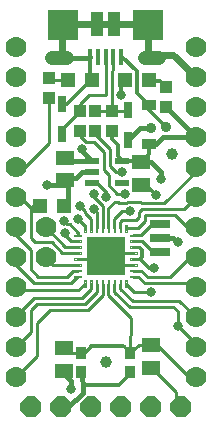
<source format=gbr>
G04 EAGLE Gerber RS-274X export*
G75*
%MOMM*%
%FSLAX34Y34*%
%LPD*%
%INTop Copper*%
%IPPOS*%
%AMOC8*
5,1,8,0,0,1.08239X$1,22.5*%
G01*
%ADD10R,1.000000X1.100000*%
%ADD11C,1.000000*%
%ADD12R,1.200000X0.550000*%
%ADD13R,1.500000X1.300000*%
%ADD14R,0.900000X1.000000*%
%ADD15R,1.200000X1.200000*%
%ADD16R,1.220000X0.910000*%
%ADD17R,2.500000X2.500000*%
%ADD18C,1.208000*%
%ADD19R,0.400000X1.350000*%
%ADD20R,1.000000X2.000000*%
%ADD21C,0.125000*%
%ADD22R,3.200000X3.200000*%
%ADD23C,1.778000*%
%ADD24P,1.924489X8X112.500000*%
%ADD25R,1.700000X0.700000*%
%ADD26R,1.200000X1.300000*%
%ADD27R,0.800000X1.350000*%
%ADD28C,0.304800*%
%ADD29C,0.254000*%
%ADD30C,0.800100*%
%ADD31C,0.406400*%
%ADD32C,0.906400*%
%ADD33C,0.609600*%


D10*
X-8890Y263770D03*
X-8890Y246770D03*
X-21590Y263770D03*
X-21590Y246770D03*
D11*
X55880Y227330D03*
X0Y50800D03*
D12*
X-11730Y221590D03*
X-11730Y212090D03*
X-11730Y202590D03*
X14270Y202590D03*
X14270Y221590D03*
D13*
X30226Y220320D03*
X30226Y201320D03*
D10*
X5080Y263770D03*
X5080Y246770D03*
D14*
X20500Y58800D03*
X20500Y42800D03*
X-20500Y42800D03*
X-20500Y58800D03*
D10*
X50800Y284090D03*
X50800Y267090D03*
D15*
X16170Y290195D03*
X37170Y290195D03*
D16*
X36830Y235847D03*
X36830Y268597D03*
D13*
X-34290Y224130D03*
X-34290Y205130D03*
D10*
X-48260Y291710D03*
X-48260Y274710D03*
D15*
X-11090Y289560D03*
X-32090Y289560D03*
D17*
X-36000Y336500D03*
X36000Y336500D03*
D18*
X33000Y308500D02*
X45080Y308500D01*
X-33000Y308500D02*
X-45080Y308500D01*
D19*
X13000Y309750D03*
X6500Y309750D03*
X0Y309750D03*
X-6500Y309750D03*
X-13000Y309750D03*
D20*
X7500Y337500D03*
X-7500Y337500D03*
D21*
X20625Y124095D02*
X26375Y124095D01*
X26375Y122845D01*
X20625Y122845D01*
X20625Y124095D01*
X20625Y124032D02*
X26375Y124032D01*
X26375Y129095D02*
X20625Y129095D01*
X26375Y129095D02*
X26375Y127845D01*
X20625Y127845D01*
X20625Y129095D01*
X20625Y129032D02*
X26375Y129032D01*
X26375Y134095D02*
X20625Y134095D01*
X26375Y134095D02*
X26375Y132845D01*
X20625Y132845D01*
X20625Y134095D01*
X20625Y134032D02*
X26375Y134032D01*
X26375Y139095D02*
X20625Y139095D01*
X26375Y139095D02*
X26375Y137845D01*
X20625Y137845D01*
X20625Y139095D01*
X20625Y139032D02*
X26375Y139032D01*
X26375Y144095D02*
X20625Y144095D01*
X26375Y144095D02*
X26375Y142845D01*
X20625Y142845D01*
X20625Y144095D01*
X20625Y144032D02*
X26375Y144032D01*
X26375Y149095D02*
X20625Y149095D01*
X26375Y149095D02*
X26375Y147845D01*
X20625Y147845D01*
X20625Y149095D01*
X20625Y149032D02*
X26375Y149032D01*
X26375Y154095D02*
X20625Y154095D01*
X26375Y154095D02*
X26375Y152845D01*
X20625Y152845D01*
X20625Y154095D01*
X20625Y154032D02*
X26375Y154032D01*
X26375Y159095D02*
X20625Y159095D01*
X26375Y159095D02*
X26375Y157845D01*
X20625Y157845D01*
X20625Y159095D01*
X20625Y159032D02*
X26375Y159032D01*
X18125Y167345D02*
X16875Y167345D01*
X18125Y167345D02*
X18125Y161595D01*
X16875Y161595D01*
X16875Y167345D01*
X16875Y162782D02*
X18125Y162782D01*
X18125Y163969D02*
X16875Y163969D01*
X16875Y165156D02*
X18125Y165156D01*
X18125Y166343D02*
X16875Y166343D01*
X13125Y167345D02*
X11875Y167345D01*
X13125Y167345D02*
X13125Y161595D01*
X11875Y161595D01*
X11875Y167345D01*
X11875Y162782D02*
X13125Y162782D01*
X13125Y163969D02*
X11875Y163969D01*
X11875Y165156D02*
X13125Y165156D01*
X13125Y166343D02*
X11875Y166343D01*
X8125Y167345D02*
X6875Y167345D01*
X8125Y167345D02*
X8125Y161595D01*
X6875Y161595D01*
X6875Y167345D01*
X6875Y162782D02*
X8125Y162782D01*
X8125Y163969D02*
X6875Y163969D01*
X6875Y165156D02*
X8125Y165156D01*
X8125Y166343D02*
X6875Y166343D01*
X3125Y167345D02*
X1875Y167345D01*
X3125Y167345D02*
X3125Y161595D01*
X1875Y161595D01*
X1875Y167345D01*
X1875Y162782D02*
X3125Y162782D01*
X3125Y163969D02*
X1875Y163969D01*
X1875Y165156D02*
X3125Y165156D01*
X3125Y166343D02*
X1875Y166343D01*
X-1875Y167345D02*
X-3125Y167345D01*
X-1875Y167345D02*
X-1875Y161595D01*
X-3125Y161595D01*
X-3125Y167345D01*
X-3125Y162782D02*
X-1875Y162782D01*
X-1875Y163969D02*
X-3125Y163969D01*
X-3125Y165156D02*
X-1875Y165156D01*
X-1875Y166343D02*
X-3125Y166343D01*
X-6875Y167345D02*
X-8125Y167345D01*
X-6875Y167345D02*
X-6875Y161595D01*
X-8125Y161595D01*
X-8125Y167345D01*
X-8125Y162782D02*
X-6875Y162782D01*
X-6875Y163969D02*
X-8125Y163969D01*
X-8125Y165156D02*
X-6875Y165156D01*
X-6875Y166343D02*
X-8125Y166343D01*
X-11875Y167345D02*
X-13125Y167345D01*
X-11875Y167345D02*
X-11875Y161595D01*
X-13125Y161595D01*
X-13125Y167345D01*
X-13125Y162782D02*
X-11875Y162782D01*
X-11875Y163969D02*
X-13125Y163969D01*
X-13125Y165156D02*
X-11875Y165156D01*
X-11875Y166343D02*
X-13125Y166343D01*
X-16875Y167345D02*
X-18125Y167345D01*
X-16875Y167345D02*
X-16875Y161595D01*
X-18125Y161595D01*
X-18125Y167345D01*
X-18125Y162782D02*
X-16875Y162782D01*
X-16875Y163969D02*
X-18125Y163969D01*
X-18125Y165156D02*
X-16875Y165156D01*
X-16875Y166343D02*
X-18125Y166343D01*
X-20625Y159095D02*
X-26375Y159095D01*
X-20625Y159095D02*
X-20625Y157845D01*
X-26375Y157845D01*
X-26375Y159095D01*
X-26375Y159032D02*
X-20625Y159032D01*
X-20625Y154095D02*
X-26375Y154095D01*
X-20625Y154095D02*
X-20625Y152845D01*
X-26375Y152845D01*
X-26375Y154095D01*
X-26375Y154032D02*
X-20625Y154032D01*
X-20625Y149095D02*
X-26375Y149095D01*
X-20625Y149095D02*
X-20625Y147845D01*
X-26375Y147845D01*
X-26375Y149095D01*
X-26375Y149032D02*
X-20625Y149032D01*
X-20625Y144095D02*
X-26375Y144095D01*
X-20625Y144095D02*
X-20625Y142845D01*
X-26375Y142845D01*
X-26375Y144095D01*
X-26375Y144032D02*
X-20625Y144032D01*
X-20625Y139095D02*
X-26375Y139095D01*
X-20625Y139095D02*
X-20625Y137845D01*
X-26375Y137845D01*
X-26375Y139095D01*
X-26375Y139032D02*
X-20625Y139032D01*
X-20625Y134095D02*
X-26375Y134095D01*
X-20625Y134095D02*
X-20625Y132845D01*
X-26375Y132845D01*
X-26375Y134095D01*
X-26375Y134032D02*
X-20625Y134032D01*
X-20625Y129095D02*
X-26375Y129095D01*
X-20625Y129095D02*
X-20625Y127845D01*
X-26375Y127845D01*
X-26375Y129095D01*
X-26375Y129032D02*
X-20625Y129032D01*
X-20625Y124095D02*
X-26375Y124095D01*
X-20625Y124095D02*
X-20625Y122845D01*
X-26375Y122845D01*
X-26375Y124095D01*
X-26375Y124032D02*
X-20625Y124032D01*
X-18125Y120345D02*
X-16875Y120345D01*
X-16875Y114595D01*
X-18125Y114595D01*
X-18125Y120345D01*
X-18125Y115782D02*
X-16875Y115782D01*
X-16875Y116969D02*
X-18125Y116969D01*
X-18125Y118156D02*
X-16875Y118156D01*
X-16875Y119343D02*
X-18125Y119343D01*
X-13125Y120345D02*
X-11875Y120345D01*
X-11875Y114595D01*
X-13125Y114595D01*
X-13125Y120345D01*
X-13125Y115782D02*
X-11875Y115782D01*
X-11875Y116969D02*
X-13125Y116969D01*
X-13125Y118156D02*
X-11875Y118156D01*
X-11875Y119343D02*
X-13125Y119343D01*
X-8125Y120345D02*
X-6875Y120345D01*
X-6875Y114595D01*
X-8125Y114595D01*
X-8125Y120345D01*
X-8125Y115782D02*
X-6875Y115782D01*
X-6875Y116969D02*
X-8125Y116969D01*
X-8125Y118156D02*
X-6875Y118156D01*
X-6875Y119343D02*
X-8125Y119343D01*
X-3125Y120345D02*
X-1875Y120345D01*
X-1875Y114595D01*
X-3125Y114595D01*
X-3125Y120345D01*
X-3125Y115782D02*
X-1875Y115782D01*
X-1875Y116969D02*
X-3125Y116969D01*
X-3125Y118156D02*
X-1875Y118156D01*
X-1875Y119343D02*
X-3125Y119343D01*
X1875Y120345D02*
X3125Y120345D01*
X3125Y114595D01*
X1875Y114595D01*
X1875Y120345D01*
X1875Y115782D02*
X3125Y115782D01*
X3125Y116969D02*
X1875Y116969D01*
X1875Y118156D02*
X3125Y118156D01*
X3125Y119343D02*
X1875Y119343D01*
X6875Y120345D02*
X8125Y120345D01*
X8125Y114595D01*
X6875Y114595D01*
X6875Y120345D01*
X6875Y115782D02*
X8125Y115782D01*
X8125Y116969D02*
X6875Y116969D01*
X6875Y118156D02*
X8125Y118156D01*
X8125Y119343D02*
X6875Y119343D01*
X11875Y120345D02*
X13125Y120345D01*
X13125Y114595D01*
X11875Y114595D01*
X11875Y120345D01*
X11875Y115782D02*
X13125Y115782D01*
X13125Y116969D02*
X11875Y116969D01*
X11875Y118156D02*
X13125Y118156D01*
X13125Y119343D02*
X11875Y119343D01*
X16875Y120345D02*
X18125Y120345D01*
X18125Y114595D01*
X16875Y114595D01*
X16875Y120345D01*
X16875Y115782D02*
X18125Y115782D01*
X18125Y116969D02*
X16875Y116969D01*
X16875Y118156D02*
X18125Y118156D01*
X18125Y119343D02*
X16875Y119343D01*
D22*
X0Y140970D03*
D23*
X-76200Y317500D03*
X-76200Y292100D03*
X-76200Y266700D03*
X-76200Y241300D03*
X-76200Y215900D03*
X-76200Y190500D03*
X-76200Y165100D03*
X-76200Y139700D03*
X-76200Y114300D03*
X-76200Y88900D03*
X-76200Y63500D03*
X-76200Y38100D03*
D24*
X-63500Y12700D03*
X-38100Y12700D03*
X-12700Y12700D03*
X12700Y12700D03*
X38100Y12700D03*
X63500Y12700D03*
D25*
X45720Y144210D03*
X45720Y156210D03*
X45720Y168210D03*
D23*
X76200Y317500D03*
X76200Y292100D03*
X76200Y266700D03*
X76200Y241300D03*
X76200Y215900D03*
X76200Y190500D03*
X76200Y165100D03*
X76200Y139700D03*
X76200Y114300D03*
X76200Y88900D03*
X76200Y63500D03*
X76200Y38100D03*
D26*
X-55880Y182880D03*
X-35560Y182880D03*
D13*
X-35560Y62840D03*
X-35560Y43840D03*
X38100Y65380D03*
X38100Y46380D03*
D23*
X-50800Y165100D03*
X-50800Y139700D03*
D27*
X-36830Y243840D03*
X-36830Y269240D03*
X19050Y264160D03*
X19050Y238760D03*
D28*
X0Y140970D02*
X-2500Y138470D01*
D29*
X2500Y143470D02*
X23500Y143470D01*
D28*
X2500Y143470D02*
X0Y140970D01*
D29*
X7500Y133470D02*
X23500Y133470D01*
D28*
X7500Y133470D02*
X0Y140970D01*
D30*
X0Y140970D03*
X60960Y152400D03*
X42672Y192786D03*
X-49530Y200660D03*
D31*
X45720Y156210D02*
X57150Y156210D01*
X60960Y152400D01*
X30226Y201320D02*
X27330Y201320D01*
X-31750Y200660D02*
X-31750Y185810D01*
X-31750Y200660D02*
X-49530Y200660D01*
X-20500Y42800D02*
X-19230Y31570D01*
D28*
X11810Y31570D01*
D31*
X-31750Y12700D02*
X-38100Y12700D01*
X-31750Y12700D02*
X-19230Y25220D01*
X-19230Y31570D01*
D29*
X-23500Y138470D02*
X-2500Y138470D01*
D32*
X38100Y248920D03*
D28*
X-11090Y289560D02*
X-13970Y288290D01*
X-13000Y288930D02*
X-13000Y309750D01*
D33*
X-7500Y337500D02*
X7500Y337500D01*
X-7500Y337500D02*
X-35000Y337500D01*
X-36000Y336500D01*
X7500Y337500D02*
X34610Y337500D01*
X35560Y336550D01*
X35560Y311060D02*
X33000Y308500D01*
X35560Y311060D02*
X35560Y335280D01*
X-33000Y308500D02*
X-36830Y312330D01*
X-36830Y335280D01*
D31*
X-13000Y309750D02*
X-14250Y308500D01*
X-33000Y308500D01*
D28*
X12700Y285455D02*
X16170Y290195D01*
X12700Y285455D02*
X12700Y276860D01*
D30*
X12700Y276860D03*
D33*
X35560Y311060D02*
X57240Y311060D01*
X76200Y292100D01*
D31*
X-11730Y212090D02*
X-20320Y212090D01*
X-25400Y207010D01*
X-32410Y207010D01*
X-34290Y205130D01*
X19050Y238760D02*
X29210Y248920D01*
X38100Y248920D01*
D28*
X34138Y201320D02*
X27330Y201320D01*
X34138Y201320D02*
X42672Y192786D01*
D31*
X-31750Y200660D02*
X-31750Y202590D01*
X-34290Y205130D01*
X-32630Y185810D02*
X-31750Y185810D01*
X-32630Y185810D02*
X-35560Y182880D01*
D28*
X21770Y41530D02*
X11810Y31570D01*
X21770Y41530D02*
X20500Y42800D01*
X-33020Y269240D02*
X-13970Y288290D01*
X-33020Y269240D02*
X-36830Y269240D01*
X-13000Y288930D02*
X-11730Y288930D01*
X-11090Y289560D01*
X34610Y337500D02*
X35000Y337500D01*
X36000Y336500D01*
D29*
X0Y309750D02*
X0Y276860D01*
X-13970Y276860D01*
X-21590Y269240D01*
X-21590Y263770D01*
X-36830Y248530D02*
X-36830Y243840D01*
X-36830Y248530D02*
X-21590Y263770D01*
X-8890Y263770D02*
X5080Y263770D01*
X6500Y298600D02*
X6500Y309750D01*
X6500Y298600D02*
X5080Y297180D01*
X5080Y263770D01*
X18660Y263770D01*
X19050Y264160D01*
D28*
X14100Y309750D02*
X13000Y309750D01*
X14100Y309750D02*
X26670Y297180D01*
X26670Y278757D01*
D32*
X50800Y250190D03*
D28*
X36830Y268597D02*
X26670Y278757D01*
X36830Y268597D02*
X36830Y264160D01*
X50800Y250190D01*
X50800Y284090D02*
X45965Y288925D01*
X37170Y290195D01*
D30*
X635Y191135D03*
D31*
X-31750Y221590D02*
X-34290Y224130D01*
X-31750Y221590D02*
X-11730Y221590D01*
D28*
X635Y194945D02*
X635Y191135D01*
X635Y194945D02*
X-6350Y201930D01*
X-11070Y201930D01*
X-11730Y202590D01*
D31*
X-11730Y221590D02*
X-21280Y231140D01*
D30*
X-20320Y231140D03*
D31*
X-21280Y231140D01*
D29*
X2500Y117470D02*
X2500Y107990D01*
X21770Y88720D01*
X38100Y65380D02*
X43840Y65380D01*
X70730Y38490D01*
X70730Y38100D02*
X76200Y38100D01*
X20500Y58800D02*
X21770Y88720D01*
D28*
X14530Y64770D02*
X-11990Y64770D01*
D29*
X14530Y64770D02*
X15800Y64770D01*
X20500Y58800D01*
X28350Y65380D01*
X38100Y65380D01*
X-31520Y58800D02*
X-35560Y62840D01*
X-31520Y58800D02*
X-20500Y58800D01*
X-17960Y58800D02*
X-11990Y64770D01*
X-17960Y58800D02*
X-20500Y58800D01*
X70730Y38490D02*
X70730Y38100D01*
X-32090Y289560D02*
X-46110Y289560D01*
X-48260Y291710D01*
D30*
X-10160Y180340D03*
D29*
X-7500Y173870D02*
X-7500Y164470D01*
X-7500Y173870D02*
X-7620Y173990D01*
X-7620Y177800D01*
X-10160Y180340D01*
X-12500Y171885D02*
X-12500Y164470D01*
X-12500Y171885D02*
X-17780Y177165D01*
X-19050Y180340D02*
X-21590Y182880D01*
D30*
X-21590Y182880D03*
D29*
X-17780Y179070D02*
X-17780Y177165D01*
X-17780Y179070D02*
X-21590Y182880D01*
D30*
X-23495Y172085D03*
D29*
X-23495Y171735D01*
X-17500Y166090D02*
X-17500Y164470D01*
X-17500Y166090D02*
X-23495Y172085D01*
D30*
X-35560Y170180D03*
D29*
X-23500Y160660D02*
X-23500Y158470D01*
X-23500Y160660D02*
X-30480Y167640D01*
X-33020Y167640D01*
X-35560Y170180D01*
X-48260Y236220D02*
X-48260Y274710D01*
X-48260Y236220D02*
X-69850Y214630D01*
X-74930Y214630D01*
X-76200Y215900D01*
X-27740Y128470D02*
X-33020Y123190D01*
X-27740Y128470D02*
X-23500Y128470D01*
X-57150Y123190D02*
X-63500Y129540D01*
X-57150Y123190D02*
X-33020Y123190D01*
X-63500Y129540D02*
X-63500Y146050D01*
X-76200Y158750D01*
X-76200Y165100D01*
X-76200Y139700D02*
X-76200Y133350D01*
X-60960Y118110D01*
X-29210Y118110D01*
X-23850Y123470D01*
X-23500Y123470D01*
X-17500Y117470D02*
X-17500Y115850D01*
X-17500Y117470D02*
X-23210Y111760D01*
X-73660Y111760D01*
X-76200Y114300D01*
X-20320Y105410D02*
X-12500Y113230D01*
X-20320Y105410D02*
X-60960Y105410D01*
X-76200Y90170D01*
X-76200Y88900D01*
X-12500Y113230D02*
X-12500Y117470D01*
X-7500Y110610D02*
X-17780Y100330D01*
X-58420Y100330D01*
X-63500Y95250D01*
X-63500Y76200D01*
X-76200Y63500D01*
X-7500Y110610D02*
X-7500Y117470D01*
X-2500Y117470D02*
X-2500Y107990D01*
X-15240Y95250D01*
X-46990Y95250D01*
X-58420Y83820D01*
X-58420Y55880D01*
X-76200Y38100D01*
X23500Y123470D02*
X27660Y123470D01*
X33020Y118110D01*
X72390Y118110D01*
X76200Y114300D01*
X30280Y128470D02*
X23500Y128470D01*
X30280Y128470D02*
X35560Y123190D01*
X54610Y123190D01*
X71120Y139700D01*
X76200Y139700D01*
X-8890Y243840D02*
X-8890Y246770D01*
X-8890Y243840D02*
X3810Y231140D01*
X3810Y217170D01*
X7500Y172600D02*
X7500Y164470D01*
X7500Y172600D02*
X13970Y179070D01*
X20320Y179070D01*
D30*
X20320Y179070D03*
D29*
X8890Y212090D02*
X3810Y217170D01*
X8890Y212090D02*
X13970Y212090D01*
D30*
X13970Y212090D03*
D29*
X12500Y169980D02*
X12500Y164470D01*
X12500Y169980D02*
X13970Y171450D01*
X25400Y171450D01*
X27940Y173990D01*
X27940Y177800D01*
X30480Y180340D01*
X66040Y180340D01*
X76200Y190500D01*
X27310Y164470D02*
X17500Y164470D01*
X27310Y164470D02*
X33020Y170180D01*
X33020Y175260D01*
X58420Y175260D01*
X68580Y165100D01*
X76200Y165100D01*
X12500Y117470D02*
X12500Y113230D01*
X22860Y102870D01*
X62230Y102870D01*
X76200Y88900D01*
D30*
X60960Y81280D03*
D29*
X7500Y110610D02*
X7500Y117470D01*
X7500Y110610D02*
X20320Y97790D01*
X57150Y97790D01*
X60960Y93980D01*
X60960Y81280D01*
X76200Y66040D01*
X76200Y63500D01*
X-34170Y148470D02*
X-50800Y165100D01*
X-34170Y148470D02*
X-23500Y148470D01*
X-23500Y133470D02*
X-44570Y133470D01*
X-50800Y139700D01*
X76200Y212090D02*
X76200Y215900D01*
X76200Y212090D02*
X49530Y185420D01*
X30480Y185420D01*
X29210Y186690D01*
X20320Y186690D01*
X15240Y185420D01*
X11430Y185420D01*
X10160Y186690D01*
X7620Y186690D01*
X2500Y181570D01*
X2500Y164470D01*
X-2500Y164470D02*
X-2500Y183602D01*
X-10160Y191262D01*
X-10160Y193040D01*
D30*
X-10160Y193040D03*
D29*
X-23500Y143470D02*
X-36790Y143470D01*
X-45720Y152400D01*
X-59690Y152400D01*
X-63500Y156210D01*
X-63500Y181610D01*
X-72390Y190500D01*
X-76200Y190500D01*
X-62230Y182880D02*
X-55880Y182880D01*
X-62230Y182880D02*
X-63500Y181610D01*
X23500Y158470D02*
X30200Y158470D01*
X39370Y167640D01*
X45150Y167640D01*
X45720Y168210D01*
X30680Y153470D02*
X23500Y153470D01*
X30680Y153470D02*
X39940Y144210D01*
X45720Y144210D01*
X59690Y25790D02*
X59690Y16510D01*
X63500Y12700D01*
X59690Y25790D02*
X39100Y46380D01*
X38100Y46380D01*
X38100Y110490D02*
X24480Y110490D01*
D30*
X38100Y110490D03*
X16510Y193675D03*
D29*
X12700Y193675D01*
X-1270Y228600D02*
X-10160Y237490D01*
X-16510Y237490D01*
X-21590Y242570D01*
X17500Y117470D02*
X24480Y110490D01*
X-1270Y213360D02*
X-1270Y228600D01*
X-1270Y213360D02*
X2540Y209550D01*
X2540Y200660D01*
X9525Y193675D01*
X16510Y193675D01*
X-21590Y242570D02*
X-21590Y246770D01*
D31*
X30226Y220320D02*
X33680Y220320D01*
D28*
X28956Y221590D02*
X14270Y221590D01*
X28956Y221590D02*
X30226Y220320D01*
X36830Y226924D01*
D30*
X-34290Y160020D03*
D29*
X23500Y148470D02*
X28695Y148470D01*
X31115Y146050D01*
D28*
X31115Y140335D01*
X29210Y138430D01*
X36830Y130810D01*
X40640Y130810D01*
D30*
X40640Y130810D03*
D29*
X-31115Y155575D02*
X-34290Y158750D01*
D28*
X-34290Y160020D01*
D30*
X-29210Y27940D03*
D31*
X-29210Y34680D01*
D29*
X23500Y138470D02*
X29170Y138470D01*
X29210Y138430D01*
D30*
X46990Y205740D03*
D28*
X44806Y205740D01*
D31*
X-35560Y41030D02*
X-29210Y34680D01*
X46990Y212090D02*
X38760Y220320D01*
X46990Y212090D02*
X46990Y205740D01*
D28*
X5080Y240030D02*
X5080Y246770D01*
X5080Y240030D02*
X10160Y234950D01*
X10160Y225700D01*
X14270Y221590D01*
X36830Y226924D02*
X36830Y235847D01*
D31*
X50800Y266700D02*
X50800Y267090D01*
X50800Y266700D02*
X76200Y241300D01*
X42807Y235847D02*
X36830Y235847D01*
X42807Y235847D02*
X48260Y241300D01*
X76200Y241300D01*
X-35560Y43840D02*
X-35560Y41030D01*
X30226Y220320D02*
X38760Y220320D01*
D29*
X-23500Y153470D02*
X-29010Y153470D01*
X-31115Y155575D01*
M02*

</source>
